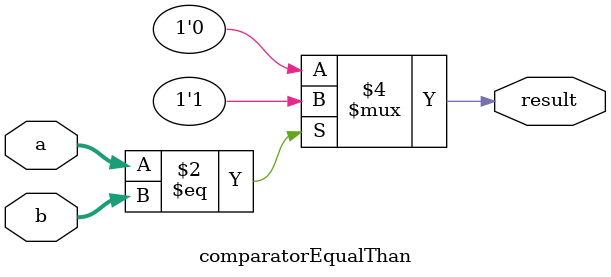
<source format=sv>
module comparatorEqualThan
#(parameter n = 10) 
(input wire [n-1:0] a, b,
  output reg result);

    always @* begin
      if (a == b) begin
        result = 1;
      end
      else begin
        result = 0;
      end
    end
	 
endmodule
</source>
